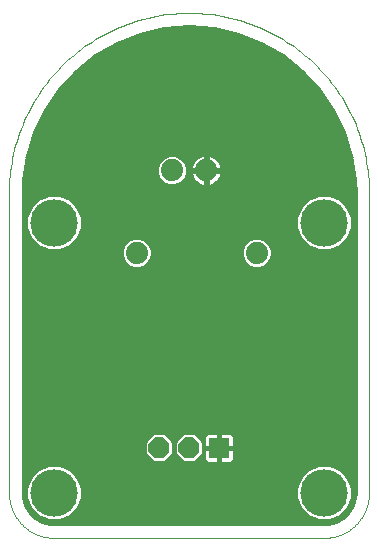
<source format=gbl>
G75*
%MOIN*%
%OFA0B0*%
%FSLAX25Y25*%
%IPPOS*%
%LPD*%
%AMOC8*
5,1,8,0,0,1.08239X$1,22.5*
%
%ADD10C,0.07400*%
%ADD11C,0.15811*%
%ADD12C,0.00000*%
%ADD13OC8,0.07000*%
%ADD14R,0.07000X0.07000*%
%ADD15C,0.01000*%
D10*
X0046500Y0096500D03*
X0058300Y0124000D03*
X0069700Y0124000D03*
X0086500Y0096500D03*
D11*
X0109000Y0106500D03*
X0109000Y0016500D03*
X0019000Y0016500D03*
X0019000Y0106500D03*
D12*
X0004000Y0116500D02*
X0004000Y0016500D01*
X0004004Y0016138D01*
X0004018Y0015775D01*
X0004039Y0015413D01*
X0004070Y0015052D01*
X0004109Y0014692D01*
X0004157Y0014333D01*
X0004214Y0013975D01*
X0004279Y0013618D01*
X0004353Y0013263D01*
X0004436Y0012910D01*
X0004527Y0012559D01*
X0004626Y0012211D01*
X0004734Y0011865D01*
X0004850Y0011521D01*
X0004975Y0011181D01*
X0005107Y0010844D01*
X0005248Y0010510D01*
X0005397Y0010179D01*
X0005554Y0009852D01*
X0005718Y0009529D01*
X0005890Y0009210D01*
X0006070Y0008896D01*
X0006258Y0008585D01*
X0006453Y0008280D01*
X0006655Y0007979D01*
X0006865Y0007683D01*
X0007081Y0007393D01*
X0007305Y0007107D01*
X0007535Y0006827D01*
X0007772Y0006553D01*
X0008016Y0006285D01*
X0008266Y0006022D01*
X0008522Y0005766D01*
X0008785Y0005516D01*
X0009053Y0005272D01*
X0009327Y0005035D01*
X0009607Y0004805D01*
X0009893Y0004581D01*
X0010183Y0004365D01*
X0010479Y0004155D01*
X0010780Y0003953D01*
X0011085Y0003758D01*
X0011396Y0003570D01*
X0011710Y0003390D01*
X0012029Y0003218D01*
X0012352Y0003054D01*
X0012679Y0002897D01*
X0013010Y0002748D01*
X0013344Y0002607D01*
X0013681Y0002475D01*
X0014021Y0002350D01*
X0014365Y0002234D01*
X0014711Y0002126D01*
X0015059Y0002027D01*
X0015410Y0001936D01*
X0015763Y0001853D01*
X0016118Y0001779D01*
X0016475Y0001714D01*
X0016833Y0001657D01*
X0017192Y0001609D01*
X0017552Y0001570D01*
X0017913Y0001539D01*
X0018275Y0001518D01*
X0018638Y0001504D01*
X0019000Y0001500D01*
X0109000Y0001500D01*
X0109362Y0001504D01*
X0109725Y0001518D01*
X0110087Y0001539D01*
X0110448Y0001570D01*
X0110808Y0001609D01*
X0111167Y0001657D01*
X0111525Y0001714D01*
X0111882Y0001779D01*
X0112237Y0001853D01*
X0112590Y0001936D01*
X0112941Y0002027D01*
X0113289Y0002126D01*
X0113635Y0002234D01*
X0113979Y0002350D01*
X0114319Y0002475D01*
X0114656Y0002607D01*
X0114990Y0002748D01*
X0115321Y0002897D01*
X0115648Y0003054D01*
X0115971Y0003218D01*
X0116290Y0003390D01*
X0116604Y0003570D01*
X0116915Y0003758D01*
X0117220Y0003953D01*
X0117521Y0004155D01*
X0117817Y0004365D01*
X0118107Y0004581D01*
X0118393Y0004805D01*
X0118673Y0005035D01*
X0118947Y0005272D01*
X0119215Y0005516D01*
X0119478Y0005766D01*
X0119734Y0006022D01*
X0119984Y0006285D01*
X0120228Y0006553D01*
X0120465Y0006827D01*
X0120695Y0007107D01*
X0120919Y0007393D01*
X0121135Y0007683D01*
X0121345Y0007979D01*
X0121547Y0008280D01*
X0121742Y0008585D01*
X0121930Y0008896D01*
X0122110Y0009210D01*
X0122282Y0009529D01*
X0122446Y0009852D01*
X0122603Y0010179D01*
X0122752Y0010510D01*
X0122893Y0010844D01*
X0123025Y0011181D01*
X0123150Y0011521D01*
X0123266Y0011865D01*
X0123374Y0012211D01*
X0123473Y0012559D01*
X0123564Y0012910D01*
X0123647Y0013263D01*
X0123721Y0013618D01*
X0123786Y0013975D01*
X0123843Y0014333D01*
X0123891Y0014692D01*
X0123930Y0015052D01*
X0123961Y0015413D01*
X0123982Y0015775D01*
X0123996Y0016138D01*
X0124000Y0016500D01*
X0124000Y0116500D01*
X0123982Y0117961D01*
X0123929Y0119421D01*
X0123840Y0120880D01*
X0123716Y0122336D01*
X0123556Y0123788D01*
X0123361Y0125236D01*
X0123130Y0126679D01*
X0122865Y0128116D01*
X0122565Y0129546D01*
X0122230Y0130968D01*
X0121860Y0132382D01*
X0121456Y0133786D01*
X0121018Y0135180D01*
X0120546Y0136563D01*
X0120041Y0137934D01*
X0119502Y0139292D01*
X0118931Y0140637D01*
X0118327Y0141967D01*
X0117691Y0143283D01*
X0117023Y0144582D01*
X0116323Y0145865D01*
X0115592Y0147130D01*
X0114831Y0148378D01*
X0114040Y0149606D01*
X0113219Y0150815D01*
X0112369Y0152003D01*
X0111490Y0153170D01*
X0110583Y0154316D01*
X0109648Y0155439D01*
X0108686Y0156539D01*
X0107698Y0157615D01*
X0106684Y0158667D01*
X0105644Y0159694D01*
X0104580Y0160695D01*
X0103492Y0161671D01*
X0102380Y0162619D01*
X0101246Y0163540D01*
X0100089Y0164433D01*
X0098912Y0165297D01*
X0097713Y0166133D01*
X0096494Y0166939D01*
X0095256Y0167716D01*
X0094000Y0168462D01*
X0092726Y0169177D01*
X0091435Y0169861D01*
X0090127Y0170513D01*
X0088804Y0171133D01*
X0087466Y0171721D01*
X0086115Y0172276D01*
X0084750Y0172798D01*
X0083373Y0173286D01*
X0081984Y0173741D01*
X0080585Y0174162D01*
X0079176Y0174549D01*
X0077758Y0174901D01*
X0076332Y0175219D01*
X0074898Y0175502D01*
X0073458Y0175750D01*
X0072013Y0175963D01*
X0070562Y0176140D01*
X0069108Y0176282D01*
X0067651Y0176389D01*
X0066191Y0176460D01*
X0064731Y0176496D01*
X0063269Y0176496D01*
X0061809Y0176460D01*
X0060349Y0176389D01*
X0058892Y0176282D01*
X0057438Y0176140D01*
X0055987Y0175963D01*
X0054542Y0175750D01*
X0053102Y0175502D01*
X0051668Y0175219D01*
X0050242Y0174901D01*
X0048824Y0174549D01*
X0047415Y0174162D01*
X0046016Y0173741D01*
X0044627Y0173286D01*
X0043250Y0172798D01*
X0041885Y0172276D01*
X0040534Y0171721D01*
X0039196Y0171133D01*
X0037873Y0170513D01*
X0036565Y0169861D01*
X0035274Y0169177D01*
X0034000Y0168462D01*
X0032744Y0167716D01*
X0031506Y0166939D01*
X0030287Y0166133D01*
X0029088Y0165297D01*
X0027911Y0164433D01*
X0026754Y0163540D01*
X0025620Y0162619D01*
X0024508Y0161671D01*
X0023420Y0160695D01*
X0022356Y0159694D01*
X0021316Y0158667D01*
X0020302Y0157615D01*
X0019314Y0156539D01*
X0018352Y0155439D01*
X0017417Y0154316D01*
X0016510Y0153170D01*
X0015631Y0152003D01*
X0014781Y0150815D01*
X0013960Y0149606D01*
X0013169Y0148378D01*
X0012408Y0147130D01*
X0011677Y0145865D01*
X0010977Y0144582D01*
X0010309Y0143283D01*
X0009673Y0141967D01*
X0009069Y0140637D01*
X0008498Y0139292D01*
X0007959Y0137934D01*
X0007454Y0136563D01*
X0006982Y0135180D01*
X0006544Y0133786D01*
X0006140Y0132382D01*
X0005770Y0130968D01*
X0005435Y0129546D01*
X0005135Y0128116D01*
X0004870Y0126679D01*
X0004639Y0125236D01*
X0004444Y0123788D01*
X0004284Y0122336D01*
X0004160Y0120880D01*
X0004071Y0119421D01*
X0004018Y0117961D01*
X0004000Y0116500D01*
D13*
X0054000Y0031500D03*
X0064000Y0031500D03*
D14*
X0074000Y0031500D03*
D15*
X0010670Y0010108D02*
X0009299Y0012482D01*
X0008590Y0015129D01*
X0008500Y0016500D01*
X0008500Y0116500D01*
X0008655Y0120648D01*
X0009891Y0128850D01*
X0012336Y0136776D01*
X0015936Y0144250D01*
X0020608Y0151104D01*
X0026250Y0157184D01*
X0032736Y0162356D01*
X0039919Y0166504D01*
X0047641Y0169534D01*
X0055728Y0171380D01*
X0064000Y0172000D01*
X0072272Y0171380D01*
X0080359Y0169534D01*
X0088081Y0166504D01*
X0095264Y0162356D01*
X0101750Y0157184D01*
X0107392Y0151104D01*
X0112064Y0144250D01*
X0115663Y0136776D01*
X0118109Y0128850D01*
X0119345Y0120648D01*
X0119500Y0116500D01*
X0119500Y0016500D01*
X0119410Y0015129D01*
X0118701Y0012482D01*
X0117330Y0010108D01*
X0115392Y0008170D01*
X0113018Y0006799D01*
X0110371Y0006090D01*
X0109000Y0006000D01*
X0019000Y0006000D01*
X0017629Y0006090D01*
X0014982Y0006799D01*
X0012608Y0008170D01*
X0010670Y0010108D01*
X0010451Y0010487D02*
X0011995Y0010487D01*
X0011196Y0011285D02*
X0013785Y0008696D01*
X0017169Y0007294D01*
X0020831Y0007294D01*
X0024214Y0008696D01*
X0026804Y0011285D01*
X0028205Y0014669D01*
X0028205Y0018331D01*
X0026804Y0021714D01*
X0024214Y0024304D01*
X0020831Y0025705D01*
X0017169Y0025705D01*
X0013785Y0024304D01*
X0011196Y0021714D01*
X0009794Y0018331D01*
X0009794Y0014669D01*
X0011196Y0011285D01*
X0011113Y0011485D02*
X0009875Y0011485D01*
X0009299Y0012484D02*
X0010700Y0012484D01*
X0010286Y0013482D02*
X0009031Y0013482D01*
X0008764Y0014481D02*
X0009872Y0014481D01*
X0009794Y0015479D02*
X0008567Y0015479D01*
X0008501Y0016478D02*
X0009794Y0016478D01*
X0009794Y0017476D02*
X0008500Y0017476D01*
X0008500Y0018475D02*
X0009854Y0018475D01*
X0010268Y0019473D02*
X0008500Y0019473D01*
X0008500Y0020472D02*
X0010681Y0020472D01*
X0011095Y0021470D02*
X0008500Y0021470D01*
X0008500Y0022469D02*
X0011950Y0022469D01*
X0012949Y0023467D02*
X0008500Y0023467D01*
X0008500Y0024466D02*
X0014176Y0024466D01*
X0016587Y0025464D02*
X0008500Y0025464D01*
X0008500Y0026463D02*
X0119500Y0026463D01*
X0119500Y0027461D02*
X0078909Y0027461D01*
X0078898Y0027421D02*
X0079000Y0027803D01*
X0079000Y0031114D01*
X0074386Y0031114D01*
X0074386Y0031886D01*
X0079000Y0031886D01*
X0079000Y0035197D01*
X0078898Y0035579D01*
X0078700Y0035921D01*
X0078421Y0036200D01*
X0078079Y0036398D01*
X0077697Y0036500D01*
X0074386Y0036500D01*
X0074386Y0031886D01*
X0073614Y0031886D01*
X0073614Y0036500D01*
X0070303Y0036500D01*
X0069921Y0036398D01*
X0069579Y0036200D01*
X0069300Y0035921D01*
X0069102Y0035579D01*
X0069000Y0035197D01*
X0069000Y0031886D01*
X0073614Y0031886D01*
X0073614Y0031114D01*
X0074386Y0031114D01*
X0074386Y0026500D01*
X0077697Y0026500D01*
X0078079Y0026602D01*
X0078421Y0026800D01*
X0078700Y0027079D01*
X0078898Y0027421D01*
X0079000Y0028460D02*
X0119500Y0028460D01*
X0119500Y0029458D02*
X0079000Y0029458D01*
X0079000Y0030457D02*
X0119500Y0030457D01*
X0119500Y0031455D02*
X0074386Y0031455D01*
X0073614Y0031455D02*
X0068800Y0031455D01*
X0069000Y0031114D02*
X0069000Y0027803D01*
X0069102Y0027421D01*
X0069300Y0027079D01*
X0069579Y0026800D01*
X0069921Y0026602D01*
X0070303Y0026500D01*
X0073614Y0026500D01*
X0073614Y0031114D01*
X0069000Y0031114D01*
X0069000Y0030457D02*
X0068800Y0030457D01*
X0068800Y0029512D02*
X0065988Y0026700D01*
X0062012Y0026700D01*
X0059200Y0029512D01*
X0059200Y0033488D01*
X0062012Y0036300D01*
X0065988Y0036300D01*
X0068800Y0033488D01*
X0068800Y0029512D01*
X0068747Y0029458D02*
X0069000Y0029458D01*
X0069000Y0028460D02*
X0067748Y0028460D01*
X0066750Y0027461D02*
X0069091Y0027461D01*
X0073614Y0027461D02*
X0074386Y0027461D01*
X0074386Y0028460D02*
X0073614Y0028460D01*
X0073614Y0029458D02*
X0074386Y0029458D01*
X0074386Y0030457D02*
X0073614Y0030457D01*
X0073614Y0032454D02*
X0074386Y0032454D01*
X0074386Y0033452D02*
X0073614Y0033452D01*
X0073614Y0034451D02*
X0074386Y0034451D01*
X0074386Y0035449D02*
X0073614Y0035449D01*
X0073614Y0036448D02*
X0074386Y0036448D01*
X0077892Y0036448D02*
X0119500Y0036448D01*
X0119500Y0037446D02*
X0008500Y0037446D01*
X0008500Y0036448D02*
X0070108Y0036448D01*
X0069068Y0035449D02*
X0066839Y0035449D01*
X0067837Y0034451D02*
X0069000Y0034451D01*
X0069000Y0033452D02*
X0068800Y0033452D01*
X0068800Y0032454D02*
X0069000Y0032454D01*
X0061161Y0035449D02*
X0056839Y0035449D01*
X0055988Y0036300D02*
X0052012Y0036300D01*
X0049200Y0033488D01*
X0049200Y0029512D01*
X0052012Y0026700D01*
X0055988Y0026700D01*
X0058800Y0029512D01*
X0058800Y0033488D01*
X0055988Y0036300D01*
X0057837Y0034451D02*
X0060163Y0034451D01*
X0059200Y0033452D02*
X0058800Y0033452D01*
X0058800Y0032454D02*
X0059200Y0032454D01*
X0059200Y0031455D02*
X0058800Y0031455D01*
X0058800Y0030457D02*
X0059200Y0030457D01*
X0059253Y0029458D02*
X0058747Y0029458D01*
X0057748Y0028460D02*
X0060252Y0028460D01*
X0061250Y0027461D02*
X0056750Y0027461D01*
X0051250Y0027461D02*
X0008500Y0027461D01*
X0008500Y0028460D02*
X0050252Y0028460D01*
X0049253Y0029458D02*
X0008500Y0029458D01*
X0008500Y0030457D02*
X0049200Y0030457D01*
X0049200Y0031455D02*
X0008500Y0031455D01*
X0008500Y0032454D02*
X0049200Y0032454D01*
X0049200Y0033452D02*
X0008500Y0033452D01*
X0008500Y0034451D02*
X0050163Y0034451D01*
X0051161Y0035449D02*
X0008500Y0035449D01*
X0008500Y0038445D02*
X0119500Y0038445D01*
X0119500Y0039443D02*
X0008500Y0039443D01*
X0008500Y0040442D02*
X0119500Y0040442D01*
X0119500Y0041440D02*
X0008500Y0041440D01*
X0008500Y0042439D02*
X0119500Y0042439D01*
X0119500Y0043437D02*
X0008500Y0043437D01*
X0008500Y0044436D02*
X0119500Y0044436D01*
X0119500Y0045434D02*
X0008500Y0045434D01*
X0008500Y0046433D02*
X0119500Y0046433D01*
X0119500Y0047432D02*
X0008500Y0047432D01*
X0008500Y0048430D02*
X0119500Y0048430D01*
X0119500Y0049429D02*
X0008500Y0049429D01*
X0008500Y0050427D02*
X0119500Y0050427D01*
X0119500Y0051426D02*
X0008500Y0051426D01*
X0008500Y0052424D02*
X0119500Y0052424D01*
X0119500Y0053423D02*
X0008500Y0053423D01*
X0008500Y0054421D02*
X0119500Y0054421D01*
X0119500Y0055420D02*
X0008500Y0055420D01*
X0008500Y0056418D02*
X0119500Y0056418D01*
X0119500Y0057417D02*
X0008500Y0057417D01*
X0008500Y0058415D02*
X0119500Y0058415D01*
X0119500Y0059414D02*
X0008500Y0059414D01*
X0008500Y0060412D02*
X0119500Y0060412D01*
X0119500Y0061411D02*
X0008500Y0061411D01*
X0008500Y0062409D02*
X0119500Y0062409D01*
X0119500Y0063408D02*
X0008500Y0063408D01*
X0008500Y0064406D02*
X0119500Y0064406D01*
X0119500Y0065405D02*
X0008500Y0065405D01*
X0008500Y0066403D02*
X0119500Y0066403D01*
X0119500Y0067402D02*
X0008500Y0067402D01*
X0008500Y0068400D02*
X0119500Y0068400D01*
X0119500Y0069399D02*
X0008500Y0069399D01*
X0008500Y0070397D02*
X0119500Y0070397D01*
X0119500Y0071396D02*
X0008500Y0071396D01*
X0008500Y0072394D02*
X0119500Y0072394D01*
X0119500Y0073393D02*
X0008500Y0073393D01*
X0008500Y0074391D02*
X0119500Y0074391D01*
X0119500Y0075390D02*
X0008500Y0075390D01*
X0008500Y0076388D02*
X0119500Y0076388D01*
X0119500Y0077387D02*
X0008500Y0077387D01*
X0008500Y0078385D02*
X0119500Y0078385D01*
X0119500Y0079384D02*
X0008500Y0079384D01*
X0008500Y0080382D02*
X0119500Y0080382D01*
X0119500Y0081381D02*
X0008500Y0081381D01*
X0008500Y0082379D02*
X0119500Y0082379D01*
X0119500Y0083378D02*
X0008500Y0083378D01*
X0008500Y0084376D02*
X0119500Y0084376D01*
X0119500Y0085375D02*
X0008500Y0085375D01*
X0008500Y0086373D02*
X0119500Y0086373D01*
X0119500Y0087372D02*
X0008500Y0087372D01*
X0008500Y0088370D02*
X0119500Y0088370D01*
X0119500Y0089369D02*
X0008500Y0089369D01*
X0008500Y0090368D02*
X0119500Y0090368D01*
X0119500Y0091366D02*
X0008500Y0091366D01*
X0008500Y0092365D02*
X0043564Y0092365D01*
X0043668Y0092261D02*
X0045505Y0091500D01*
X0047495Y0091500D01*
X0049332Y0092261D01*
X0050739Y0093668D01*
X0051500Y0095505D01*
X0051500Y0097495D01*
X0050739Y0099332D01*
X0049332Y0100739D01*
X0047495Y0101500D01*
X0045505Y0101500D01*
X0043668Y0100739D01*
X0042261Y0099332D01*
X0041500Y0097495D01*
X0041500Y0095505D01*
X0042261Y0093668D01*
X0043668Y0092261D01*
X0042566Y0093363D02*
X0008500Y0093363D01*
X0008500Y0094362D02*
X0041974Y0094362D01*
X0041560Y0095360D02*
X0008500Y0095360D01*
X0008500Y0096359D02*
X0041500Y0096359D01*
X0041500Y0097357D02*
X0020982Y0097357D01*
X0020831Y0097294D02*
X0024214Y0098696D01*
X0026804Y0101285D01*
X0028205Y0104669D01*
X0028205Y0108331D01*
X0026804Y0111714D01*
X0024214Y0114304D01*
X0020831Y0115705D01*
X0017169Y0115705D01*
X0013785Y0114304D01*
X0011196Y0111714D01*
X0009794Y0108331D01*
X0009794Y0104669D01*
X0011196Y0101285D01*
X0013785Y0098696D01*
X0017169Y0097294D01*
X0020831Y0097294D01*
X0023393Y0098356D02*
X0041857Y0098356D01*
X0042283Y0099354D02*
X0024873Y0099354D01*
X0025871Y0100353D02*
X0043282Y0100353D01*
X0045146Y0101351D02*
X0026831Y0101351D01*
X0027245Y0102350D02*
X0100755Y0102350D01*
X0100342Y0103348D02*
X0027658Y0103348D01*
X0028072Y0104347D02*
X0099928Y0104347D01*
X0099794Y0104669D02*
X0101196Y0101285D01*
X0103785Y0098696D01*
X0107169Y0097294D01*
X0110831Y0097294D01*
X0114214Y0098696D01*
X0116804Y0101285D01*
X0118205Y0104669D01*
X0118205Y0108331D01*
X0116804Y0111714D01*
X0114214Y0114304D01*
X0110831Y0115705D01*
X0107169Y0115705D01*
X0103785Y0114304D01*
X0101196Y0111714D01*
X0099794Y0108331D01*
X0099794Y0104669D01*
X0099794Y0105345D02*
X0028205Y0105345D01*
X0028205Y0106344D02*
X0099794Y0106344D01*
X0099794Y0107342D02*
X0028205Y0107342D01*
X0028202Y0108341D02*
X0099798Y0108341D01*
X0100212Y0109339D02*
X0027788Y0109339D01*
X0027374Y0110338D02*
X0100626Y0110338D01*
X0101039Y0111336D02*
X0026961Y0111336D01*
X0026184Y0112335D02*
X0101816Y0112335D01*
X0102815Y0113333D02*
X0025185Y0113333D01*
X0024148Y0114332D02*
X0103852Y0114332D01*
X0106263Y0115330D02*
X0021737Y0115330D01*
X0016263Y0115330D02*
X0008500Y0115330D01*
X0008500Y0114332D02*
X0013852Y0114332D01*
X0012815Y0113333D02*
X0008500Y0113333D01*
X0008500Y0112335D02*
X0011816Y0112335D01*
X0011039Y0111336D02*
X0008500Y0111336D01*
X0008500Y0110338D02*
X0010626Y0110338D01*
X0010212Y0109339D02*
X0008500Y0109339D01*
X0008500Y0108341D02*
X0009798Y0108341D01*
X0009794Y0107342D02*
X0008500Y0107342D01*
X0008500Y0106344D02*
X0009794Y0106344D01*
X0009794Y0105345D02*
X0008500Y0105345D01*
X0008500Y0104347D02*
X0009928Y0104347D01*
X0010342Y0103348D02*
X0008500Y0103348D01*
X0008500Y0102350D02*
X0010755Y0102350D01*
X0011169Y0101351D02*
X0008500Y0101351D01*
X0008500Y0100353D02*
X0012129Y0100353D01*
X0013127Y0099354D02*
X0008500Y0099354D01*
X0008500Y0098356D02*
X0014607Y0098356D01*
X0017018Y0097357D02*
X0008500Y0097357D01*
X0008500Y0116329D02*
X0119500Y0116329D01*
X0119500Y0115330D02*
X0111737Y0115330D01*
X0114148Y0114332D02*
X0119500Y0114332D01*
X0119500Y0113333D02*
X0115185Y0113333D01*
X0116184Y0112335D02*
X0119500Y0112335D01*
X0119500Y0111336D02*
X0116961Y0111336D01*
X0117374Y0110338D02*
X0119500Y0110338D01*
X0119500Y0109339D02*
X0117788Y0109339D01*
X0118202Y0108341D02*
X0119500Y0108341D01*
X0119500Y0107342D02*
X0118205Y0107342D01*
X0118205Y0106344D02*
X0119500Y0106344D01*
X0119500Y0105345D02*
X0118205Y0105345D01*
X0118072Y0104347D02*
X0119500Y0104347D01*
X0119500Y0103348D02*
X0117658Y0103348D01*
X0117245Y0102350D02*
X0119500Y0102350D01*
X0119500Y0101351D02*
X0116831Y0101351D01*
X0115871Y0100353D02*
X0119500Y0100353D01*
X0119500Y0099354D02*
X0114873Y0099354D01*
X0113393Y0098356D02*
X0119500Y0098356D01*
X0119500Y0097357D02*
X0110982Y0097357D01*
X0107018Y0097357D02*
X0091500Y0097357D01*
X0091500Y0097495D02*
X0090739Y0099332D01*
X0089332Y0100739D01*
X0087495Y0101500D01*
X0085505Y0101500D01*
X0083668Y0100739D01*
X0082261Y0099332D01*
X0081500Y0097495D01*
X0081500Y0095505D01*
X0082261Y0093668D01*
X0083668Y0092261D01*
X0085505Y0091500D01*
X0087495Y0091500D01*
X0089332Y0092261D01*
X0090739Y0093668D01*
X0091500Y0095505D01*
X0091500Y0097495D01*
X0091143Y0098356D02*
X0104607Y0098356D01*
X0103127Y0099354D02*
X0090717Y0099354D01*
X0089718Y0100353D02*
X0102129Y0100353D01*
X0101169Y0101351D02*
X0087854Y0101351D01*
X0091500Y0096359D02*
X0119500Y0096359D01*
X0119500Y0095360D02*
X0091440Y0095360D01*
X0091026Y0094362D02*
X0119500Y0094362D01*
X0119500Y0093363D02*
X0090434Y0093363D01*
X0089436Y0092365D02*
X0119500Y0092365D01*
X0119469Y0117327D02*
X0008531Y0117327D01*
X0008568Y0118326D02*
X0119432Y0118326D01*
X0119394Y0119324D02*
X0071977Y0119324D01*
X0071696Y0119181D02*
X0072425Y0119553D01*
X0073088Y0120034D01*
X0073666Y0120612D01*
X0074147Y0121275D01*
X0074519Y0122004D01*
X0074772Y0122782D01*
X0074886Y0123500D01*
X0070200Y0123500D01*
X0070200Y0124500D01*
X0069200Y0124500D01*
X0069200Y0129186D01*
X0068482Y0129072D01*
X0067704Y0128819D01*
X0066975Y0128447D01*
X0066312Y0127966D01*
X0065734Y0127388D01*
X0065253Y0126725D01*
X0064881Y0125996D01*
X0064628Y0125218D01*
X0064514Y0124500D01*
X0069200Y0124500D01*
X0069200Y0123500D01*
X0064514Y0123500D01*
X0064628Y0122782D01*
X0064881Y0122004D01*
X0065253Y0121275D01*
X0065734Y0120612D01*
X0066312Y0120034D01*
X0066975Y0119553D01*
X0067704Y0119181D01*
X0068482Y0118928D01*
X0069200Y0118814D01*
X0069200Y0123500D01*
X0070200Y0123500D01*
X0070200Y0118814D01*
X0070918Y0118928D01*
X0071696Y0119181D01*
X0073377Y0120323D02*
X0119357Y0120323D01*
X0119243Y0121321D02*
X0074171Y0121321D01*
X0074622Y0122320D02*
X0119093Y0122320D01*
X0118942Y0123318D02*
X0074857Y0123318D01*
X0074886Y0124500D02*
X0074772Y0125218D01*
X0074519Y0125996D01*
X0074147Y0126725D01*
X0073666Y0127388D01*
X0073088Y0127966D01*
X0072425Y0128447D01*
X0071696Y0128819D01*
X0070918Y0129072D01*
X0070200Y0129186D01*
X0070200Y0124500D01*
X0074886Y0124500D01*
X0074740Y0125315D02*
X0118641Y0125315D01*
X0118792Y0124317D02*
X0070200Y0124317D01*
X0070200Y0125315D02*
X0069200Y0125315D01*
X0069200Y0124317D02*
X0063300Y0124317D01*
X0063300Y0124995D02*
X0063300Y0123005D01*
X0062539Y0121168D01*
X0061132Y0119761D01*
X0059295Y0119000D01*
X0057305Y0119000D01*
X0055468Y0119761D01*
X0054061Y0121168D01*
X0053300Y0123005D01*
X0053300Y0124995D01*
X0054061Y0126832D01*
X0055468Y0128239D01*
X0057305Y0129000D01*
X0059295Y0129000D01*
X0061132Y0128239D01*
X0062539Y0126832D01*
X0063300Y0124995D01*
X0063167Y0125315D02*
X0064660Y0125315D01*
X0065043Y0126314D02*
X0062753Y0126314D01*
X0062059Y0127312D02*
X0065679Y0127312D01*
X0066787Y0128311D02*
X0060958Y0128311D01*
X0063300Y0123318D02*
X0064543Y0123318D01*
X0064778Y0122320D02*
X0063016Y0122320D01*
X0062602Y0121321D02*
X0065229Y0121321D01*
X0066023Y0120323D02*
X0061694Y0120323D01*
X0060078Y0119324D02*
X0067423Y0119324D01*
X0069200Y0119324D02*
X0070200Y0119324D01*
X0070200Y0120323D02*
X0069200Y0120323D01*
X0069200Y0121321D02*
X0070200Y0121321D01*
X0070200Y0122320D02*
X0069200Y0122320D01*
X0069200Y0123318D02*
X0070200Y0123318D01*
X0070200Y0126314D02*
X0069200Y0126314D01*
X0069200Y0127312D02*
X0070200Y0127312D01*
X0070200Y0128311D02*
X0069200Y0128311D01*
X0072613Y0128311D02*
X0118190Y0128311D01*
X0118340Y0127312D02*
X0073721Y0127312D01*
X0074357Y0126314D02*
X0118491Y0126314D01*
X0117967Y0129309D02*
X0010033Y0129309D01*
X0009810Y0128311D02*
X0055642Y0128311D01*
X0054541Y0127312D02*
X0009660Y0127312D01*
X0009509Y0126314D02*
X0053847Y0126314D01*
X0053433Y0125315D02*
X0009359Y0125315D01*
X0009208Y0124317D02*
X0053300Y0124317D01*
X0053300Y0123318D02*
X0009058Y0123318D01*
X0008907Y0122320D02*
X0053584Y0122320D01*
X0053998Y0121321D02*
X0008757Y0121321D01*
X0008643Y0120323D02*
X0054906Y0120323D01*
X0056522Y0119324D02*
X0008606Y0119324D01*
X0010341Y0130308D02*
X0117659Y0130308D01*
X0117351Y0131306D02*
X0010649Y0131306D01*
X0010957Y0132305D02*
X0117043Y0132305D01*
X0116735Y0133303D02*
X0011265Y0133303D01*
X0011573Y0134302D02*
X0116427Y0134302D01*
X0116119Y0135301D02*
X0011881Y0135301D01*
X0012189Y0136299D02*
X0115811Y0136299D01*
X0115413Y0137298D02*
X0012587Y0137298D01*
X0013068Y0138296D02*
X0114932Y0138296D01*
X0114451Y0139295D02*
X0013549Y0139295D01*
X0014030Y0140293D02*
X0113970Y0140293D01*
X0113489Y0141292D02*
X0014511Y0141292D01*
X0014992Y0142290D02*
X0113008Y0142290D01*
X0112527Y0143289D02*
X0015473Y0143289D01*
X0015961Y0144287D02*
X0112039Y0144287D01*
X0111358Y0145286D02*
X0016642Y0145286D01*
X0017322Y0146284D02*
X0110678Y0146284D01*
X0109997Y0147283D02*
X0018003Y0147283D01*
X0018684Y0148281D02*
X0109316Y0148281D01*
X0108635Y0149280D02*
X0019365Y0149280D01*
X0020046Y0150278D02*
X0107954Y0150278D01*
X0107231Y0151277D02*
X0020769Y0151277D01*
X0021695Y0152275D02*
X0106305Y0152275D01*
X0105378Y0153274D02*
X0022622Y0153274D01*
X0023548Y0154272D02*
X0104452Y0154272D01*
X0103525Y0155271D02*
X0024475Y0155271D01*
X0025401Y0156269D02*
X0102599Y0156269D01*
X0101645Y0157268D02*
X0026355Y0157268D01*
X0027607Y0158266D02*
X0100393Y0158266D01*
X0099141Y0159265D02*
X0028859Y0159265D01*
X0030111Y0160263D02*
X0097889Y0160263D01*
X0096637Y0161262D02*
X0031363Y0161262D01*
X0032615Y0162260D02*
X0095385Y0162260D01*
X0093701Y0163259D02*
X0034299Y0163259D01*
X0036029Y0164257D02*
X0091971Y0164257D01*
X0090242Y0165256D02*
X0037758Y0165256D01*
X0039487Y0166254D02*
X0088513Y0166254D01*
X0086172Y0167253D02*
X0041828Y0167253D01*
X0044372Y0168251D02*
X0083628Y0168251D01*
X0081084Y0169250D02*
X0046916Y0169250D01*
X0050770Y0170248D02*
X0077230Y0170248D01*
X0072855Y0171247D02*
X0055145Y0171247D01*
X0047854Y0101351D02*
X0085146Y0101351D01*
X0083282Y0100353D02*
X0049718Y0100353D01*
X0050717Y0099354D02*
X0082283Y0099354D01*
X0081857Y0098356D02*
X0051143Y0098356D01*
X0051500Y0097357D02*
X0081500Y0097357D01*
X0081500Y0096359D02*
X0051500Y0096359D01*
X0051440Y0095360D02*
X0081560Y0095360D01*
X0081974Y0094362D02*
X0051026Y0094362D01*
X0050434Y0093363D02*
X0082566Y0093363D01*
X0083564Y0092365D02*
X0049436Y0092365D01*
X0078932Y0035449D02*
X0119500Y0035449D01*
X0119500Y0034451D02*
X0079000Y0034451D01*
X0079000Y0033452D02*
X0119500Y0033452D01*
X0119500Y0032454D02*
X0079000Y0032454D01*
X0101196Y0021714D02*
X0099794Y0018331D01*
X0099794Y0014669D01*
X0101196Y0011285D01*
X0103785Y0008696D01*
X0107169Y0007294D01*
X0110831Y0007294D01*
X0114214Y0008696D01*
X0116804Y0011285D01*
X0118205Y0014669D01*
X0118205Y0018331D01*
X0116804Y0021714D01*
X0114214Y0024304D01*
X0110831Y0025705D01*
X0107169Y0025705D01*
X0103785Y0024304D01*
X0101196Y0021714D01*
X0101095Y0021470D02*
X0026905Y0021470D01*
X0027319Y0020472D02*
X0100681Y0020472D01*
X0100268Y0019473D02*
X0027732Y0019473D01*
X0028146Y0018475D02*
X0099854Y0018475D01*
X0099794Y0017476D02*
X0028205Y0017476D01*
X0028205Y0016478D02*
X0099794Y0016478D01*
X0099794Y0015479D02*
X0028205Y0015479D01*
X0028128Y0014481D02*
X0099872Y0014481D01*
X0100286Y0013482D02*
X0027714Y0013482D01*
X0027300Y0012484D02*
X0100700Y0012484D01*
X0101113Y0011485D02*
X0026887Y0011485D01*
X0026005Y0010487D02*
X0101995Y0010487D01*
X0102993Y0009488D02*
X0025007Y0009488D01*
X0023716Y0008490D02*
X0104284Y0008490D01*
X0106694Y0007491D02*
X0021306Y0007491D01*
X0016694Y0007491D02*
X0013784Y0007491D01*
X0014284Y0008490D02*
X0012288Y0008490D01*
X0012993Y0009488D02*
X0011290Y0009488D01*
X0016126Y0006493D02*
X0111874Y0006493D01*
X0111306Y0007491D02*
X0114216Y0007491D01*
X0113716Y0008490D02*
X0115712Y0008490D01*
X0115007Y0009488D02*
X0116710Y0009488D01*
X0116005Y0010487D02*
X0117549Y0010487D01*
X0118125Y0011485D02*
X0116887Y0011485D01*
X0117300Y0012484D02*
X0118701Y0012484D01*
X0118969Y0013482D02*
X0117714Y0013482D01*
X0118128Y0014481D02*
X0119236Y0014481D01*
X0119433Y0015479D02*
X0118205Y0015479D01*
X0118205Y0016478D02*
X0119499Y0016478D01*
X0119500Y0017476D02*
X0118205Y0017476D01*
X0118146Y0018475D02*
X0119500Y0018475D01*
X0119500Y0019473D02*
X0117732Y0019473D01*
X0117319Y0020472D02*
X0119500Y0020472D01*
X0119500Y0021470D02*
X0116905Y0021470D01*
X0116050Y0022469D02*
X0119500Y0022469D01*
X0119500Y0023467D02*
X0115051Y0023467D01*
X0113824Y0024466D02*
X0119500Y0024466D01*
X0119500Y0025464D02*
X0111413Y0025464D01*
X0106587Y0025464D02*
X0021413Y0025464D01*
X0023824Y0024466D02*
X0104176Y0024466D01*
X0102949Y0023467D02*
X0025051Y0023467D01*
X0026050Y0022469D02*
X0101950Y0022469D01*
M02*

</source>
